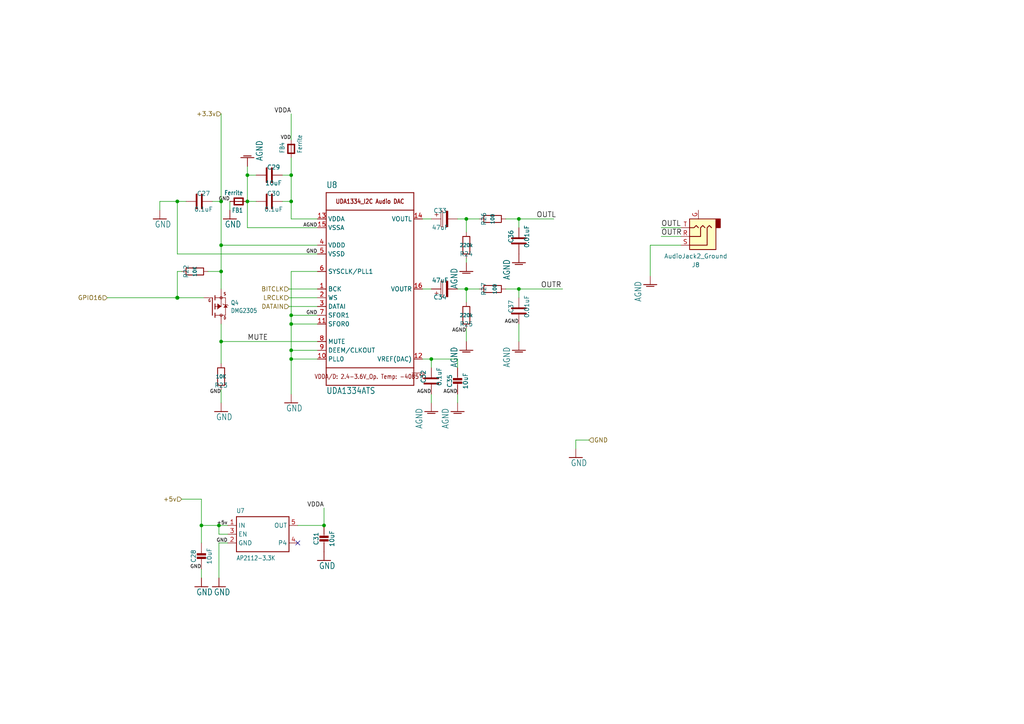
<source format=kicad_sch>
(kicad_sch (version 20210126) (generator eeschema)
  (paper "A4")
  (lib_symbols
    (symbol "Adafruit I2S Audio UDA1334 Bonnet-eagle-import:AGND" (power)
      (property "Value" "AGND" (at -2.54 -5.08 90))
      (symbol "AGND_1_0"
        (polyline (pts (xy -1.905 0) (xy 1.905 0)) (stroke (width 0.254)))
        (polyline (pts (xy -1.0922 -0.508) (xy 1.0922 -0.508)) (stroke (width 0.254)))
        (pin power_in line (at 0 2.54 270) (length 2.54) (name "AGND") (number "1"))
      )
    )
    (symbol "Adafruit I2S Audio UDA1334 Bonnet-eagle-import:AUDIO_I2S_UDA1334__"
      (property "Reference" "U" (at -12.7 29.21 0))
      (property "Value" "AUDIO_I2S_UDA1334__" (at -12.7 -30.48 0))
      (symbol "AUDIO_I2S_UDA1334___1_0"
        (text "UDA1334_I2C Audio DAC" (at 0 25.4 0) (effects (font (size 1.27 1.0795) (thickness 0.2159) bold)))
        (text "VDDA/D: 2.4-3.6V_Op. Temp: -40~85°C" (at 0 -25.4 0) (effects (font (size 1.27 1.0795))))
        (polyline (pts (xy -12.7 -27.94) (xy 12.7 -27.94)) (stroke (width 0.254)))
        (polyline (pts (xy -12.7 -22.86) (xy -12.7 -27.94)) (stroke (width 0.254)))
        (polyline (pts (xy -12.7 -22.86) (xy -12.7 22.86)) (stroke (width 0.254)))
        (polyline (pts (xy -12.7 22.86) (xy -12.7 27.94)) (stroke (width 0.254)))
        (polyline (pts (xy -12.7 22.86) (xy 12.7 22.86)) (stroke (width 0.254)))
        (polyline (pts (xy -12.7 27.94) (xy 12.7 27.94)) (stroke (width 0.254)))
        (polyline (pts (xy 12.7 -27.94) (xy 12.7 -22.86)) (stroke (width 0.254)))
        (polyline (pts (xy 12.7 -22.86) (xy -12.7 -22.86)) (stroke (width 0.254)))
        (polyline (pts (xy 12.7 22.86) (xy 12.7 -22.86)) (stroke (width 0.254)))
        (polyline (pts (xy 12.7 27.94) (xy 12.7 22.86)) (stroke (width 0.254)))
        (pin input line (at -15.24 0 0) (length 2.54) (name "BCK") (number "1"))
        (pin input line (at -15.24 -20.32 0) (length 2.54) (name "PLL0") (number "10"))
        (pin input line (at -15.24 -10.16 0) (length 2.54) (name "SFOR0") (number "11"))
        (pin output line (at 15.24 -20.32 180) (length 2.54) (name "VREF(DAC)") (number "12"))
        (pin power_in line (at -15.24 20.32 0) (length 2.54) (name "VDDA") (number "13"))
        (pin output line (at 15.24 20.32 180) (length 2.54) (name "VOUTL") (number "14"))
        (pin power_in line (at -15.24 17.78 0) (length 2.54) (name "VSSA") (number "15"))
        (pin output line (at 15.24 0 180) (length 2.54) (name "VOUTR") (number "16"))
        (pin input line (at -15.24 -2.54 0) (length 2.54) (name "WS") (number "2"))
        (pin input line (at -15.24 -5.08 0) (length 2.54) (name "DATAI") (number "3"))
        (pin power_in line (at -15.24 12.7 0) (length 2.54) (name "VDDD") (number "4"))
        (pin power_in line (at -15.24 10.16 0) (length 2.54) (name "VSSD") (number "5"))
        (pin input line (at -15.24 5.08 0) (length 2.54) (name "SYSCLK/PLL1") (number "6"))
        (pin input line (at -15.24 -7.62 0) (length 2.54) (name "SFOR1") (number "7"))
        (pin input line (at -15.24 -15.24 0) (length 2.54) (name "MUTE") (number "8"))
        (pin bidirectional line (at -15.24 -17.78 0) (length 2.54) (name "DEEM/CLKOUT") (number "9"))
      )
    )
    (symbol "Adafruit I2S Audio UDA1334 Bonnet-eagle-import:CAP_CERAMIC0805-NOOUTLINE"
      (property "Reference" "C" (at -2.29 1.25 90))
      (property "Value" "CAP_CERAMIC0805-NOOUTLINE" (at 2.3 1.25 90))
      (symbol "CAP_CERAMIC0805-NOOUTLINE_1_0"
        (rectangle (start -1.27 0.508) (end 1.27 1.016) (fill (type outline)))
        (rectangle (start -1.27 1.524) (end 1.27 2.032) (fill (type outline)))
        (polyline (pts (xy 0 0.762) (xy 0 0)) (stroke (width 0.1524)))
        (polyline (pts (xy 0 2.54) (xy 0 1.778)) (stroke (width 0.1524)))
        (pin passive line (at 0 5.08 270) (length 2.54) (name "1") (number "1"))
        (pin passive line (at 0 -2.54 90) (length 2.54) (name "2") (number "2"))
      )
    )
    (symbol "Adafruit I2S Audio UDA1334 Bonnet-eagle-import:FERRITE0805"
      (property "Reference" "FB" (at -1.27 1.905 0))
      (property "Value" "FERRITE0805" (at -1.27 -3.175 0))
      (symbol "FERRITE0805_1_0"
        (polyline (pts (xy -1.27 -0.9525) (xy -1.27 0.9525)) (stroke (width 0.4064)))
        (polyline (pts (xy -1.27 0.9525) (xy 1.27 0.9525)) (stroke (width 0.4064)))
        (polyline (pts (xy 1.27 -0.9525) (xy -1.27 -0.9525)) (stroke (width 0.4064)))
        (polyline (pts (xy 1.27 0.9525) (xy 1.27 -0.9525)) (stroke (width 0.4064)))
        (pin passive line (at -2.54 0 0) (length 2.54) (name "P$1") (number "1"))
        (pin passive line (at 2.54 0 180) (length 2.54) (name "P$2") (number "2"))
      )
    )
    (symbol "Adafruit I2S Audio UDA1334 Bonnet-eagle-import:GND" (power)
      (property "Value" "GND" (at -2.54 -2.54 0))
      (symbol "GND_1_0"
        (polyline (pts (xy -1.905 0) (xy 1.905 0)) (stroke (width 0.254)))
        (pin power_in line (at 0 2.54 270) (length 2.54) (name "GND") (number "1"))
      )
    )
    (symbol "Adafruit I2S Audio UDA1334 Bonnet-eagle-import:MOSFET-PWIDE"
      (property "Reference" "Q" (at 2.794 0.381 0))
      (property "Value" "MOSFET-PWIDE" (at 2.794 -1.905 0))
      (symbol "MOSFET-PWIDE_1_0"
        (circle (center 0 -2.54) (radius 0.3592))
        (circle (center 0 2.54) (radius 0.3592))
        (text "D" (at 0.635 -3.81 0) (effects (font (size 0.8128 0.6908)) (justify left bottom)))
        (text "G" (at -3.81 1.27 0) (effects (font (size 0.8128 0.6908)) (justify left bottom)))
        (text "S" (at 0.635 3.175 0) (effects (font (size 0.8128 0.6908)) (justify left bottom)))
        (polyline (pts (xy -2.54 -2.54) (xy -2.54 2.54)) (stroke (width 0.254)))
        (polyline (pts (xy -1.778 -3.175) (xy -1.778 -2.54)) (stroke (width 0.254)))
        (polyline (pts (xy -1.778 -2.54) (xy -1.778 -1.905)) (stroke (width 0.254)))
        (polyline (pts (xy -1.778 -2.54) (xy 1.27 -2.54)) (stroke (width 0.1524)))
        (polyline (pts (xy -1.778 -0.762) (xy -1.778 0)) (stroke (width 0.254)))
        (polyline (pts (xy -1.778 0) (xy -1.778 0.762)) (stroke (width 0.254)))
        (polyline (pts (xy -1.778 0) (xy 0 0)) (stroke (width 0.1524)))
        (polyline (pts (xy -1.778 1.905) (xy -1.778 2.54)) (stroke (width 0.254)))
        (polyline (pts (xy -1.778 2.54) (xy -1.778 3.175)) (stroke (width 0.254)))
        (polyline (pts (xy 0 0) (xy 0 2.54)) (stroke (width 0.1524)))
        (polyline (pts (xy 0 2.54) (xy -1.778 2.54)) (stroke (width 0.1524)))
        (polyline (pts (xy 0 2.54) (xy 1.27 2.54)) (stroke (width 0.1524)))
        (polyline (pts (xy 0.508 0.762) (xy 0.762 0.508)) (stroke (width 0.1524)))
        (polyline (pts (xy 0.762 0.508) (xy 1.27 0.508)) (stroke (width 0.1524)))
        (polyline (pts (xy 1.27 -2.54) (xy 1.27 0.508)) (stroke (width 0.1524)))
        (polyline (pts (xy 1.27 0.508) (xy 1.27 2.54)) (stroke (width 0.1524)))
        (polyline (pts (xy 1.27 0.508) (xy 1.778 0.508)) (stroke (width 0.1524)))
        (polyline (pts (xy 1.778 0.508) (xy 2.032 0.254)) (stroke (width 0.1524)))
        (polyline (pts (xy 0 0) (xy -1.016 0.762) (xy -1.016 -0.762)) (fill (type outline)))
        (polyline (pts (xy 1.27 0.508) (xy 1.778 -0.254) (xy 0.762 -0.254)) (fill (type outline)))
        (pin passive line (at -5.08 2.54 0) (length 2.54) (name "G") (number "1"))
        (pin passive line (at 0 5.08 270) (length 2.54) (name "S") (number "2"))
        (pin passive line (at 0 -5.08 90) (length 2.54) (name "D") (number "3"))
      )
    )
    (symbol "Adafruit I2S Audio UDA1334 Bonnet-eagle-import:VREG_SOT23-5"
      (property "Reference" "U" (at -7.62 6.096 0))
      (property "Value" "VREG_SOT23-5" (at -7.62 -7.62 0))
      (symbol "VREG_SOT23-5_1_0"
        (polyline (pts (xy -7.62 -5.08) (xy -7.62 5.08)) (stroke (width 0.254)))
        (polyline (pts (xy -7.62 5.08) (xy 7.62 5.08)) (stroke (width 0.254)))
        (polyline (pts (xy 7.62 -5.08) (xy -7.62 -5.08)) (stroke (width 0.254)))
        (polyline (pts (xy 7.62 5.08) (xy 7.62 -5.08)) (stroke (width 0.254)))
        (pin power_in line (at -10.16 2.54 0) (length 2.54) (name "IN") (number "1"))
        (pin power_in line (at -10.16 -2.54 0) (length 2.54) (name "GND") (number "2"))
        (pin input line (at -10.16 0 0) (length 2.54) (name "EN") (number "3"))
        (pin bidirectional line (at 10.16 -2.54 180) (length 2.54) (name "P4") (number "4"))
        (pin power_in line (at 10.16 2.54 180) (length 2.54) (name "OUT") (number "5"))
      )
    )
    (symbol "Connector:AudioJack3_Ground"
      (property "Reference" "J" (at 0 8.89 0))
      (property "Value" "AudioJack3_Ground" (at 0 6.35 0))
      (symbol "AudioJack3_Ground_0_1"
        (rectangle (start -5.08 -2.54) (end -6.35 -5.08) (stroke (width 0.254)) (fill (type outline)))
        (rectangle (start 2.54 3.81) (end -5.08 -5.08) (stroke (width 0.254)) (fill (type background)))
        (polyline (pts (xy 0 -2.54) (xy 0.635 -3.175) (xy 1.27 -2.54) (xy 2.54 -2.54)) (stroke (width 0.254)))
        (polyline (pts (xy -1.905 -2.54) (xy -1.27 -3.175) (xy -0.635 -2.54) (xy -0.635 0) (xy 2.54 0)) (stroke (width 0.254)))
        (polyline (pts (xy 2.54 2.54) (xy -2.54 2.54) (xy -2.54 -2.54) (xy -3.175 -3.175) (xy -3.81 -2.54)) (stroke (width 0.254)))
      )
      (symbol "AudioJack3_Ground_1_1"
        (pin passive line (at 0 -7.62 90) (length 2.54) (name "~") (number "G"))
        (pin passive line (at 5.08 0 180) (length 2.54) (name "~") (number "R"))
        (pin passive line (at 5.08 2.54 180) (length 2.54) (name "~") (number "S"))
        (pin passive line (at 5.08 -2.54 180) (length 2.54) (name "~") (number "T"))
      )
    )
    (symbol "Device:C" (pin_numbers hide) (pin_names (offset 0.254))
      (property "Reference" "C" (at 0.635 2.54 0))
      (property "Value" "C" (at 0.635 -2.54 0))
      (symbol "C_0_1"
        (polyline (pts (xy -2.032 -0.762) (xy 2.032 -0.762)) (stroke (width 0.508)))
        (polyline (pts (xy -2.032 0.762) (xy 2.032 0.762)) (stroke (width 0.508)))
      )
      (symbol "C_1_1"
        (pin passive line (at 0 3.81 270) (length 2.794) (name "~") (number "1"))
        (pin passive line (at 0 -3.81 90) (length 2.794) (name "~") (number "2"))
      )
    )
    (symbol "Device:C_Polarized" (pin_numbers hide) (pin_names (offset 0.254))
      (property "Reference" "C" (at 0.635 2.54 0))
      (property "Value" "C_Polarized" (at 0.635 -2.54 0))
      (symbol "C_Polarized_0_1"
        (rectangle (start -2.286 0.508) (end 2.286 1.016))
        (rectangle (start 2.286 -0.508) (end -2.286 -1.016) (fill (type outline)))
        (polyline (pts (xy -1.778 2.286) (xy -0.762 2.286)))
        (polyline (pts (xy -1.27 2.794) (xy -1.27 1.778)))
      )
      (symbol "C_Polarized_1_1"
        (pin passive line (at 0 3.81 270) (length 2.794) (name "~") (number "1"))
        (pin passive line (at 0 -3.81 90) (length 2.794) (name "~") (number "2"))
      )
    )
    (symbol "Device:R" (pin_numbers hide) (pin_names (offset 0))
      (property "Reference" "R" (at 2.032 0 90))
      (property "Value" "R" (at 0 0 90))
      (symbol "R_0_1"
        (rectangle (start -1.016 -2.54) (end 1.016 2.54) (stroke (width 0.254)))
      )
      (symbol "R_1_1"
        (pin passive line (at 0 3.81 270) (length 1.27) (name "~") (number "1"))
        (pin passive line (at 0 -3.81 90) (length 1.27) (name "~") (number "2"))
      )
    )
  )
  (junction (at 51.435 58.42) (diameter 0.9144))
  (junction (at 51.435 86.36) (diameter 1.016))
  (junction (at 58.42 152.4) (diameter 0.9144))
  (junction (at 63.5 152.4) (diameter 0.9144))
  (junction (at 64.135 58.42) (diameter 0.9144))
  (junction (at 64.135 71.12) (diameter 0.9144))
  (junction (at 64.135 78.74) (diameter 0.9144))
  (junction (at 64.135 99.06) (diameter 0.9144))
  (junction (at 71.755 50.8) (diameter 0.9144))
  (junction (at 71.755 58.42) (diameter 0.9144))
  (junction (at 84.455 50.8) (diameter 0.9144))
  (junction (at 84.455 58.42) (diameter 0.9144))
  (junction (at 84.455 91.44) (diameter 0.9144))
  (junction (at 84.455 93.98) (diameter 0.9144))
  (junction (at 84.455 101.6) (diameter 0.9144))
  (junction (at 84.455 104.14) (diameter 0.9144))
  (junction (at 93.98 152.4) (diameter 0.9144))
  (junction (at 125.095 104.14) (diameter 0.9144))
  (junction (at 135.255 63.5) (diameter 0.9144))
  (junction (at 135.255 83.82) (diameter 0.9144))
  (junction (at 150.495 63.5) (diameter 0.9144))
  (junction (at 150.495 83.82) (diameter 0.9144))
  (no_connect (at 86.36 157.48))
  (wire (pts (xy 46.355 58.42) (xy 46.355 60.96)))
  (wire (pts (xy 51.435 58.42) (xy 46.355 58.42)))
  (wire (pts (xy 51.435 73.66) (xy 51.435 58.42)))
  (wire (pts (xy 51.435 78.74) (xy 51.435 86.36)))
  (wire (pts (xy 51.435 78.74) (xy 52.705 78.74)))
  (wire (pts (xy 51.435 86.36) (xy 31.115 86.36)))
  (wire (pts (xy 51.435 86.36) (xy 59.055 86.36)))
  (wire (pts (xy 52.705 144.78) (xy 58.42 144.78)))
  (wire (pts (xy 53.975 58.42) (xy 51.435 58.42)))
  (wire (pts (xy 58.42 144.78) (xy 58.42 152.4)))
  (wire (pts (xy 58.42 157.48) (xy 58.42 152.4)))
  (wire (pts (xy 58.42 165.1) (xy 58.42 167.64)))
  (wire (pts (xy 60.325 78.74) (xy 64.135 78.74)))
  (wire (pts (xy 61.595 58.42) (xy 64.135 58.42)))
  (wire (pts (xy 63.5 152.4) (xy 58.42 152.4)))
  (wire (pts (xy 63.5 154.94) (xy 63.5 152.4)))
  (wire (pts (xy 63.5 157.48) (xy 63.5 167.64)))
  (wire (pts (xy 64.135 58.42) (xy 64.135 33.02)))
  (wire (pts (xy 64.135 71.12) (xy 64.135 58.42)))
  (wire (pts (xy 64.135 78.74) (xy 64.135 71.12)))
  (wire (pts (xy 64.135 83.82) (xy 64.135 78.74)))
  (wire (pts (xy 64.135 93.98) (xy 64.135 99.06)))
  (wire (pts (xy 64.135 99.06) (xy 64.135 105.41)))
  (wire (pts (xy 64.135 113.03) (xy 64.135 116.84)))
  (wire (pts (xy 66.04 152.4) (xy 63.5 152.4)))
  (wire (pts (xy 66.04 154.94) (xy 63.5 154.94)))
  (wire (pts (xy 66.04 157.48) (xy 63.5 157.48)))
  (wire (pts (xy 66.675 58.42) (xy 66.675 60.96)))
  (wire (pts (xy 71.755 48.26) (xy 71.755 50.8)))
  (wire (pts (xy 71.755 50.8) (xy 74.295 50.8)))
  (wire (pts (xy 71.755 58.42) (xy 71.755 50.8)))
  (wire (pts (xy 71.755 66.04) (xy 71.755 58.42)))
  (wire (pts (xy 74.295 58.42) (xy 71.755 58.42)))
  (wire (pts (xy 81.915 50.8) (xy 84.455 50.8)))
  (wire (pts (xy 81.915 58.42) (xy 84.455 58.42)))
  (wire (pts (xy 84.455 40.64) (xy 84.455 33.02)))
  (wire (pts (xy 84.455 50.8) (xy 84.455 45.72)))
  (wire (pts (xy 84.455 58.42) (xy 84.455 50.8)))
  (wire (pts (xy 84.455 63.5) (xy 84.455 58.42)))
  (wire (pts (xy 84.455 91.44) (xy 84.455 78.74)))
  (wire (pts (xy 84.455 91.44) (xy 84.455 93.98)))
  (wire (pts (xy 84.455 93.98) (xy 84.455 101.6)))
  (wire (pts (xy 84.455 101.6) (xy 84.455 104.14)))
  (wire (pts (xy 84.455 104.14) (xy 84.455 114.3)))
  (wire (pts (xy 86.36 152.4) (xy 93.98 152.4)))
  (wire (pts (xy 92.075 63.5) (xy 84.455 63.5)))
  (wire (pts (xy 92.075 66.04) (xy 71.755 66.04)))
  (wire (pts (xy 92.075 71.12) (xy 64.135 71.12)))
  (wire (pts (xy 92.075 73.66) (xy 51.435 73.66)))
  (wire (pts (xy 92.075 78.74) (xy 84.455 78.74)))
  (wire (pts (xy 92.075 83.82) (xy 83.82 83.82)))
  (wire (pts (xy 92.075 86.36) (xy 83.82 86.36)))
  (wire (pts (xy 92.075 88.9) (xy 83.82 88.9)))
  (wire (pts (xy 92.075 91.44) (xy 84.455 91.44)))
  (wire (pts (xy 92.075 93.98) (xy 84.455 93.98)))
  (wire (pts (xy 92.075 99.06) (xy 64.135 99.06)))
  (wire (pts (xy 92.075 101.6) (xy 84.455 101.6)))
  (wire (pts (xy 92.075 104.14) (xy 84.455 104.14)))
  (wire (pts (xy 93.98 152.4) (xy 93.98 147.32)))
  (wire (pts (xy 122.555 63.5) (xy 125.095 63.5)))
  (wire (pts (xy 122.555 104.14) (xy 125.095 104.14)))
  (wire (pts (xy 125.095 83.82) (xy 122.555 83.82)))
  (wire (pts (xy 125.095 104.14) (xy 125.095 106.68)))
  (wire (pts (xy 125.095 104.14) (xy 132.715 104.14)))
  (wire (pts (xy 125.095 114.3) (xy 125.095 116.84)))
  (wire (pts (xy 132.715 104.14) (xy 132.715 106.68)))
  (wire (pts (xy 132.715 114.3) (xy 132.715 116.84)))
  (wire (pts (xy 135.255 63.5) (xy 132.715 63.5)))
  (wire (pts (xy 135.255 63.5) (xy 139.065 63.5)))
  (wire (pts (xy 135.255 67.31) (xy 135.255 63.5)))
  (wire (pts (xy 135.255 74.93) (xy 135.255 76.2)))
  (wire (pts (xy 135.255 83.82) (xy 132.715 83.82)))
  (wire (pts (xy 135.255 83.82) (xy 135.255 87.63)))
  (wire (pts (xy 135.255 83.82) (xy 139.065 83.82)))
  (wire (pts (xy 135.255 95.25) (xy 135.255 99.06)))
  (wire (pts (xy 146.685 63.5) (xy 150.495 63.5)))
  (wire (pts (xy 146.685 83.82) (xy 150.495 83.82)))
  (wire (pts (xy 150.495 63.5) (xy 150.495 66.04)))
  (wire (pts (xy 150.495 63.5) (xy 160.655 63.5)))
  (wire (pts (xy 150.495 83.82) (xy 150.495 86.36)))
  (wire (pts (xy 150.495 83.82) (xy 163.195 83.82)))
  (wire (pts (xy 150.495 93.98) (xy 150.495 99.06)))
  (wire (pts (xy 167.005 127.635) (xy 170.815 127.635)))
  (wire (pts (xy 167.005 130.175) (xy 167.005 127.635)))
  (wire (pts (xy 188.595 71.12) (xy 188.595 80.01)))
  (wire (pts (xy 197.485 66.04) (xy 191.77 66.04)))
  (wire (pts (xy 197.485 68.58) (xy 191.77 68.58)))
  (wire (pts (xy 197.485 71.12) (xy 188.595 71.12)))
  (label "GND" (at 58.42 165.1 180) (effects (font (size 1.016 1.016))))
  (label "GND" (at 64.135 114.3 180) (effects (font (size 1.016 1.016))))
  (label "+5v" (at 66.04 152.4 180) (effects (font (size 1.016 1.016))))
  (label "GND" (at 66.04 157.48 180) (effects (font (size 1.016 1.016))))
  (label "GND" (at 66.675 58.42 180) (effects (font (size 1.016 1.016))))
  (label "MUTE" (at 71.755 99.06 0) (effects (font (size 1.5113 1.5113))))
  (label "VDDA" (at 84.455 33.02 180))
  (label "VDD" (at 84.455 40.64 180) (effects (font (size 1.016 1.016))))
  (label "AGND" (at 92.075 66.04 180) (effects (font (size 1.016 1.016))))
  (label "GND" (at 92.075 73.66 180) (effects (font (size 1.016 1.016))))
  (label "GND" (at 92.075 91.44 180) (effects (font (size 1.016 1.016))))
  (label "VDDA" (at 93.98 147.32 180))
  (label "AGND" (at 125.095 114.3 180) (effects (font (size 1.016 1.016))))
  (label "AGND" (at 132.715 114.3 180) (effects (font (size 1.016 1.016))))
  (label "AGND" (at 135.255 96.52 180) (effects (font (size 1.016 1.016))))
  (label "AGND" (at 150.495 93.98 180) (effects (font (size 1.016 1.016))))
  (label "OUTL" (at 155.575 63.5 0) (effects (font (size 1.5113 1.5113))))
  (label "OUTR" (at 156.845 83.82 0) (effects (font (size 1.5113 1.5113))))
  (label "OUTL" (at 191.77 66.04 0) (effects (font (size 1.5113 1.5113))))
  (label "OUTR" (at 191.77 68.58 0) (effects (font (size 1.5113 1.5113))))
  (hierarchical_label "GPIO16" (shape input) (at 31.115 86.36 180))
  (hierarchical_label "+5v" (shape input) (at 52.705 144.78 180))
  (hierarchical_label "+3.3v" (shape input) (at 64.135 33.02 180))
  (hierarchical_label "BITCLK" (shape input) (at 83.82 83.82 180))
  (hierarchical_label "LRCLK" (shape input) (at 83.82 86.36 180))
  (hierarchical_label "DATAIN" (shape input) (at 83.82 88.9 180))
  (hierarchical_label "GND" (shape input) (at 170.815 127.635 0))
  (symbol (lib_id "Adafruit I2S Audio UDA1334 Bonnet-eagle-import:GND") (at 46.355 63.5 0) (unit 1)
    (property "Reference" "#U$0103" (effects hide))
    (property "Value" "GND" (at 44.831 66.04 0) (effects (font (size 1.778 1.5113)) (justify left bottom)))
  )
  (symbol (lib_id "Adafruit I2S Audio UDA1334 Bonnet-eagle-import:GND") (at 58.42 170.18 0) (unit 1)
    (property "Reference" "#U$0107" (effects hide))
    (property "Value" "GND" (at 56.896 172.72 0) (effects (font (size 1.778 1.5113)) (justify left bottom)))
  )
  (symbol (lib_id "Adafruit I2S Audio UDA1334 Bonnet-eagle-import:GND") (at 63.5 170.18 0) (unit 1)
    (property "Reference" "#U$0106" (effects hide))
    (property "Value" "GND" (at 61.976 172.72 0) (effects (font (size 1.778 1.5113)) (justify left bottom)))
  )
  (symbol (lib_id "Adafruit I2S Audio UDA1334 Bonnet-eagle-import:GND") (at 64.135 119.38 0) (unit 1)
    (property "Reference" "#U$0101" (effects hide))
    (property "Value" "GND" (at 62.611 121.92 0) (effects (font (size 1.778 1.5113)) (justify left bottom)))
  )
  (symbol (lib_id "Adafruit I2S Audio UDA1334 Bonnet-eagle-import:GND") (at 66.675 63.5 0) (unit 1)
    (property "Reference" "#U$0102" (effects hide))
    (property "Value" "GND" (at 65.151 66.04 0) (effects (font (size 1.778 1.5113)) (justify left bottom)))
  )
  (symbol (lib_id "Adafruit I2S Audio UDA1334 Bonnet-eagle-import:GND") (at 84.455 116.84 0) (unit 1)
    (property "Reference" "#U$0104" (effects hide))
    (property "Value" "GND" (at 82.931 119.38 0) (effects (font (size 1.778 1.5113)) (justify left bottom)))
  )
  (symbol (lib_id "Adafruit I2S Audio UDA1334 Bonnet-eagle-import:GND") (at 93.98 162.56 0) (unit 1)
    (property "Reference" "#U$0105" (effects hide))
    (property "Value" "GND" (at 92.456 165.1 0) (effects (font (size 1.778 1.5113)) (justify left bottom)))
  )
  (symbol (lib_id "Adafruit I2S Audio UDA1334 Bonnet-eagle-import:GND") (at 167.005 132.715 0) (unit 1)
    (property "Reference" "#U$0108" (effects hide))
    (property "Value" "GND" (at 165.481 135.255 0) (effects (font (size 1.778 1.5113)) (justify left bottom)))
  )
  (symbol (lib_id "Adafruit I2S Audio UDA1334 Bonnet-eagle-import:FERRITE0805") (at 69.215 58.42 180) (unit 1)
    (property "Reference" "FB1" (at 70.485 60.325 0) (effects (font (size 1.27 1.0795)) (justify left bottom)))
    (property "Value" "Ferrite" (at 70.485 55.245 0) (effects (font (size 1.27 1.0795)) (justify left bottom)))
    (property "Footprint" "Resistor_SMD:R_0805_2012Metric" (effects hide))
    (property "LCSC" "C1017" (effects hide))
  )
  (symbol (lib_id "Adafruit I2S Audio UDA1334 Bonnet-eagle-import:FERRITE0805") (at 84.455 43.18 90) (unit 1)
    (property "Reference" "FB4" (at 82.55 44.45 0) (effects (font (size 1.27 1.0795)) (justify left bottom)))
    (property "Value" "Ferrite" (at 87.63 44.45 0) (effects (font (size 1.27 1.0795)) (justify left bottom)))
    (property "Footprint" "Resistor_SMD:R_0805_2012Metric" (effects hide))
    (property "LCSC" "C1017" (effects hide))
  )
  (symbol (lib_id "Adafruit I2S Audio UDA1334 Bonnet-eagle-import:AGND") (at 71.755 45.72 180) (unit 1)
    (property "Reference" "#AGND0108" (effects hide))
    (property "Value" "AGND" (at 74.295 40.64 90) (effects (font (size 1.778 1.5113)) (justify left bottom)))
  )
  (symbol (lib_id "Adafruit I2S Audio UDA1334 Bonnet-eagle-import:AGND") (at 125.095 119.38 0) (unit 1)
    (property "Reference" "#AGND0101" (effects hide))
    (property "Value" "AGND" (at 122.555 124.46 90) (effects (font (size 1.778 1.5113)) (justify left bottom)))
  )
  (symbol (lib_id "Adafruit I2S Audio UDA1334 Bonnet-eagle-import:AGND") (at 132.715 119.38 0) (unit 1)
    (property "Reference" "#AGND0103" (effects hide))
    (property "Value" "AGND" (at 130.175 124.46 90) (effects (font (size 1.778 1.5113)) (justify left bottom)))
  )
  (symbol (lib_id "Adafruit I2S Audio UDA1334 Bonnet-eagle-import:AGND") (at 135.255 78.74 0) (unit 1)
    (property "Reference" "#AGND0106" (effects hide))
    (property "Value" "AGND" (at 132.715 83.82 90) (effects (font (size 1.778 1.5113)) (justify left bottom)))
  )
  (symbol (lib_id "Adafruit I2S Audio UDA1334 Bonnet-eagle-import:AGND") (at 135.255 101.6 0) (unit 1)
    (property "Reference" "#AGND0102" (effects hide))
    (property "Value" "AGND" (at 132.715 106.68 90) (effects (font (size 1.778 1.5113)) (justify left bottom)))
  )
  (symbol (lib_id "Adafruit I2S Audio UDA1334 Bonnet-eagle-import:AGND") (at 150.495 76.2 0) (unit 1)
    (property "Reference" "#AGND0105" (effects hide))
    (property "Value" "AGND" (at 147.955 81.28 90) (effects (font (size 1.778 1.5113)) (justify left bottom)))
  )
  (symbol (lib_id "Adafruit I2S Audio UDA1334 Bonnet-eagle-import:AGND") (at 150.495 101.6 0) (unit 1)
    (property "Reference" "#AGND0104" (effects hide))
    (property "Value" "AGND" (at 147.955 106.68 90) (effects (font (size 1.778 1.5113)) (justify left bottom)))
  )
  (symbol (lib_id "Adafruit I2S Audio UDA1334 Bonnet-eagle-import:AGND") (at 188.595 82.55 0) (unit 1)
    (property "Reference" "#AGND0107" (effects hide))
    (property "Value" "AGND" (at 186.055 87.63 90) (effects (font (size 1.778 1.5113)) (justify left bottom)))
  )
  (symbol (lib_id "Device:R") (at 56.515 78.74 90) (unit 1)
    (property "Reference" "R22" (at 53.975 78.74 0))
    (property "Value" "10K" (at 56.515 78.74 0) (effects (font (size 1.016 1.016) bold)))
    (property "Footprint" "Resistor_SMD:R_0603_1608Metric" (effects hide))
    (property "LSCSC" "C25804" (effects hide))
  )
  (symbol (lib_id "Device:R") (at 64.135 109.22 180) (unit 1)
    (property "Reference" "R23" (at 64.135 111.76 0))
    (property "Value" "10K" (at 64.135 109.22 0) (effects (font (size 1.016 1.016) bold)))
    (property "Footprint" "Resistor_SMD:R_0603_1608Metric_Pad0.98x0.95mm_HandSolder" (effects hide))
    (property "LCSC" "C25804" (effects hide))
  )
  (symbol (lib_id "Device:R") (at 135.255 71.12 180) (unit 1)
    (property "Reference" "R24" (at 135.255 73.66 0))
    (property "Value" "220k" (at 135.255 71.12 0) (effects (font (size 1.016 1.016) bold)))
    (property "Footprint" "Resistor_SMD:R_0805_2012Metric" (effects hide))
    (property "LCSC" "C17521" (effects hide))
  )
  (symbol (lib_id "Device:R") (at 135.255 91.44 180) (unit 1)
    (property "Reference" "R25" (at 135.255 93.98 0))
    (property "Value" "220k" (at 135.255 91.44 0) (effects (font (size 1.016 1.016) bold)))
    (property "Footprint" "Resistor_SMD:R_0805_2012Metric" (effects hide))
    (property "LCSC" "C17521" (effects hide))
  )
  (symbol (lib_id "Device:R") (at 142.875 63.5 90) (unit 1)
    (property "Reference" "R26" (at 140.335 63.5 0))
    (property "Value" "100" (at 142.875 63.5 0) (effects (font (size 1.016 1.016) bold)))
    (property "Footprint" "Resistor_SMD:R_0603_1608Metric" (effects hide))
    (property "LCSC" " C22775" (effects hide))
  )
  (symbol (lib_id "Device:R") (at 142.875 83.82 90) (unit 1)
    (property "Reference" "R27" (at 140.335 83.82 0))
    (property "Value" "100" (at 143.51 83.82 0) (effects (font (size 1.016 1.016) bold)))
    (property "Footprint" "Resistor_SMD:R_0603_1608Metric" (effects hide))
    (property "LCSC" " C22775" (effects hide))
  )
  (symbol (lib_id "Adafruit I2S Audio UDA1334 Bonnet-eagle-import:CAP_CERAMIC0805-NOOUTLINE") (at 58.42 162.56 0) (unit 1)
    (property "Reference" "C28" (at 56.13 161.31 90))
    (property "Value" "10uF" (at 60.72 161.31 90))
    (property "Footprint" "Capacitor_SMD:C_0805_2012Metric_Pad1.18x1.45mm_HandSolder" (effects hide))
  )
  (symbol (lib_id "Adafruit I2S Audio UDA1334 Bonnet-eagle-import:CAP_CERAMIC0805-NOOUTLINE") (at 93.98 157.48 0) (unit 1)
    (property "Reference" "C31" (at 91.69 156.23 90))
    (property "Value" "10uF" (at 96.28 156.23 90))
    (property "Footprint" "Capacitor_SMD:C_0805_2012Metric_Pad1.18x1.45mm_HandSolder" (effects hide))
  )
  (symbol (lib_id "Adafruit I2S Audio UDA1334 Bonnet-eagle-import:CAP_CERAMIC0805-NOOUTLINE") (at 132.715 111.76 0) (unit 1)
    (property "Reference" "C35" (at 130.425 110.51 90))
    (property "Value" "10uF" (at 135.015 110.51 90))
    (property "Footprint" "Capacitor_SMD:C_0805_2012Metric" (effects hide))
    (property "LCSC" "C15850" (effects hide))
  )
  (symbol (lib_id "Device:C") (at 57.785 58.42 270) (unit 1)
    (property "Reference" "C27" (at 59.035 56.13 90))
    (property "Value" "0.1uF" (at 59.035 60.72 90))
    (property "Footprint" "Capacitor_SMD:C_0603_1608Metric" (effects hide))
    (property "LCSC" " C14663" (effects hide))
  )
  (symbol (lib_id "Device:C") (at 78.105 50.8 270) (unit 1)
    (property "Reference" "C29" (at 79.355 48.51 90))
    (property "Value" "10uF" (at 79.355 53.1 90))
    (property "Footprint" "Capacitor_SMD:C_0805_2012Metric" (effects hide))
    (property "LCSC" "C15850" (effects hide))
  )
  (symbol (lib_id "Device:C") (at 78.105 58.42 270) (unit 1)
    (property "Reference" "C30" (at 79.355 56.13 90))
    (property "Value" "0.1uF" (at 79.355 60.72 90))
    (property "Footprint" "Capacitor_SMD:C_0603_1608Metric" (effects hide))
    (property "LCSC" " C14663" (effects hide))
  )
  (symbol (lib_id "Device:C") (at 125.095 110.49 0) (unit 1)
    (property "Reference" "C32" (at 122.805 109.24 90))
    (property "Value" "0.1uF" (at 127.395 109.24 90))
    (property "Footprint" "Capacitor_SMD:C_0603_1608Metric" (effects hide))
    (property "LCSC" " C14663" (effects hide))
  )
  (symbol (lib_id "Device:C_Polarized") (at 128.905 63.5 90) (mirror x) (unit 1)
    (property "Reference" "C33" (at 127.655 61.11 90))
    (property "Value" "47uF" (at 127.655 66 90))
    (property "Footprint" "Capacitor_SMD:CP_Elec_6.3x7.7" (effects hide))
    (property "LCSC" "C164078" (effects hide))
    (property "Mouser" "647-UCD1H470MCL1GS" (effects hide))
  )
  (symbol (lib_id "Device:C_Polarized") (at 128.905 83.82 90) (unit 1)
    (property "Reference" "C34" (at 127.655 86.21 90))
    (property "Value" "47uF" (at 127.655 81.32 90))
    (property "Footprint" "Capacitor_SMD:CP_Elec_6.3x7.7" (effects hide))
    (property "LCSC" "C134775" (effects hide))
    (property "Mouser" "647-UCD1H470MCL1GS" (effects hide))
  )
  (symbol (lib_id "Device:C") (at 150.495 69.85 0) (unit 1)
    (property "Reference" "C36" (at 148.205 68.6 90))
    (property "Value" "0.01uF" (at 152.795 68.6 90))
    (property "Footprint" "Capacitor_SMD:C_0603_1608Metric" (effects hide))
    (property "LCSC" "C57112" (effects hide))
  )
  (symbol (lib_id "Device:C") (at 150.495 90.17 0) (unit 1)
    (property "Reference" "C37" (at 148.205 88.92 90))
    (property "Value" "0.01uF" (at 152.795 88.92 90))
    (property "Footprint" "Capacitor_SMD:C_0603_1608Metric" (effects hide))
    (property "LCSC" "C57112" (effects hide))
  )
  (symbol (lib_id "Adafruit I2S Audio UDA1334 Bonnet-eagle-import:MOSFET-PWIDE") (at 64.135 88.9 0) (unit 1)
    (property "Reference" "Q4" (at 66.929 88.519 0) (effects (font (size 1.27 1.0795)) (justify left bottom)))
    (property "Value" " DMG2305" (at 66.929 90.805 0) (effects (font (size 1.27 1.0795)) (justify left bottom)))
    (property "Footprint" "Package_TO_SOT_SMD:SOT-23W_Handsoldering" (effects hide))
    (property "Datasheet" "https://datasheet.lcsc.com/szlcsc/Diodes-Incorporated-DMG2305UX-13_C144153.pdf" (effects hide))
    (property "LCSC" "C144153" (effects hide))
    (property "Mouser" "621-DMG2305UX-7" (effects hide))
  )
  (symbol (lib_id "Connector:AudioJack3_Ground") (at 202.565 68.58 180) (unit 1)
    (property "Reference" "J8" (at 201.803 76.835 0))
    (property "Value" "AudioJack2_Ground" (at 201.803 74.295 0))
    (property "Footprint" "Connector_Audio:Jack_3.5mm_CUI_SJ-3524-SMT_Horizontal" (effects hide))
    (property "Mouser" "490-SJ3524-SMT-TR-GR" (effects hide))
  )
  (symbol (lib_id "Adafruit I2S Audio UDA1334 Bonnet-eagle-import:VREG_SOT23-5") (at 76.2 154.94 0) (unit 1)
    (property "Reference" "U7" (at 68.58 148.844 0) (effects (font (size 1.27 1.0795)) (justify left bottom)))
    (property "Value" "AP2112-3.3K" (at 68.58 162.56 0) (effects (font (size 1.27 1.0795)) (justify left bottom)))
    (property "Footprint" "Package_TO_SOT_SMD:SOT-23-5_HandSoldering" (effects hide))
  )
  (symbol (lib_id "Adafruit I2S Audio UDA1334 Bonnet-eagle-import:AUDIO_I2S_UDA1334__") (at 107.315 83.82 0) (unit 1)
    (property "Reference" "U8" (at 94.615 54.61 0) (effects (font (size 1.778 1.5113)) (justify left bottom)))
    (property "Value" "UDA1334ATS" (at 94.615 114.3 0) (effects (font (size 1.778 1.5113)) (justify left bottom)))
    (property "Footprint" "Package_SO:SSOP-16_4.4x5.2mm_P0.65mm" (effects hide))
  )
)
</source>
